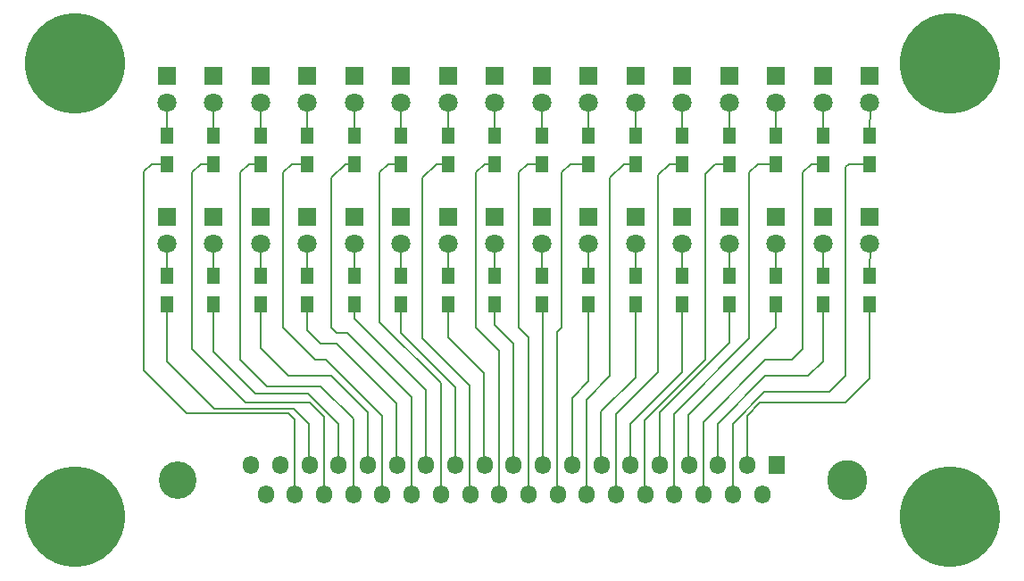
<source format=gbr>
%TF.GenerationSoftware,KiCad,Pcbnew,(6.0.1)*%
%TF.CreationDate,2022-06-22T13:59:59-04:00*%
%TF.ProjectId,LED32-DB37,4c454433-322d-4444-9233-372e6b696361,X1*%
%TF.SameCoordinates,Original*%
%TF.FileFunction,Copper,L1,Top*%
%TF.FilePolarity,Positive*%
%FSLAX46Y46*%
G04 Gerber Fmt 4.6, Leading zero omitted, Abs format (unit mm)*
G04 Created by KiCad (PCBNEW (6.0.1)) date 2022-06-22 13:59:59*
%MOMM*%
%LPD*%
G01*
G04 APERTURE LIST*
%TA.AperFunction,ComponentPad*%
%ADD10R,1.520000X1.750000*%
%TD*%
%TA.AperFunction,ComponentPad*%
%ADD11O,1.520000X1.750000*%
%TD*%
%TA.AperFunction,ComponentPad*%
%ADD12C,3.556000*%
%TD*%
%TA.AperFunction,ComponentPad*%
%ADD13C,3.810000*%
%TD*%
%TA.AperFunction,ComponentPad*%
%ADD14R,1.800000X1.800000*%
%TD*%
%TA.AperFunction,ComponentPad*%
%ADD15C,1.800000*%
%TD*%
%TA.AperFunction,SMDPad,CuDef*%
%ADD16R,1.300000X1.500000*%
%TD*%
%TA.AperFunction,ComponentPad*%
%ADD17C,9.525000*%
%TD*%
%TA.AperFunction,Conductor*%
%ADD18C,0.203200*%
%TD*%
G04 APERTURE END LIST*
D10*
%TO.P,J1,1,1*%
%TO.N,GND*%
X129563000Y-80048000D03*
D11*
%TO.P,J1,2,2*%
%TO.N,/RD0*%
X126793000Y-80048000D03*
%TO.P,J1,3,3*%
%TO.N,Net-(R30-Pad2)*%
X124023000Y-80048000D03*
%TO.P,J1,4,4*%
%TO.N,Net-(R28-Pad2)*%
X121253000Y-80048000D03*
%TO.P,J1,5,5*%
%TO.N,Net-(R26-Pad2)*%
X118493000Y-80048000D03*
%TO.P,J1,6,6*%
%TO.N,Net-(R24-Pad2)*%
X115723000Y-80048000D03*
%TO.P,J1,7,7*%
%TO.N,Net-(R22-Pad2)*%
X112953000Y-80048000D03*
%TO.P,J1,8,8*%
%TO.N,Net-(R20-Pad2)*%
X110183000Y-80048000D03*
%TO.P,J1,9,9*%
%TO.N,Net-(R18-Pad2)*%
X107413000Y-80048000D03*
%TO.P,J1,10,10*%
%TO.N,Net-(R16-Pad2)*%
X104643000Y-80048000D03*
%TO.P,J1,11,11*%
%TO.N,Net-(R14-Pad2)*%
X101873000Y-80048000D03*
%TO.P,J1,12,12*%
%TO.N,Net-(R12-Pad2)*%
X99113000Y-80048000D03*
%TO.P,J1,13,13*%
%TO.N,Net-(R10-Pad2)*%
X96343000Y-80048000D03*
%TO.P,J1,14,14*%
%TO.N,Net-(R8-Pad2)*%
X93573000Y-80048000D03*
%TO.P,J1,15,15*%
%TO.N,Net-(R6-Pad2)*%
X90803000Y-80048000D03*
%TO.P,J1,16,16*%
%TO.N,Net-(R4-Pad2)*%
X88033000Y-80048000D03*
%TO.P,J1,17,17*%
%TO.N,/RD15*%
X85263000Y-80048000D03*
%TO.P,J1,18,18*%
%TO.N,GND*%
X82493000Y-80048000D03*
%TO.P,J1,19,19*%
X79733000Y-80048000D03*
%TO.P,J1,20,20*%
X128193000Y-82888000D03*
%TO.P,J1,21,21*%
%TO.N,/RD16*%
X125423000Y-82888000D03*
%TO.P,J1,22,22*%
%TO.N,Net-(R29-Pad2)*%
X122653000Y-82888000D03*
%TO.P,J1,23,23*%
%TO.N,Net-(R27-Pad2)*%
X119883000Y-82888000D03*
%TO.P,J1,24,24*%
%TO.N,Net-(R25-Pad2)*%
X117113000Y-82888000D03*
%TO.P,J1,25,25*%
%TO.N,Net-(R23-Pad2)*%
X114353000Y-82888000D03*
%TO.P,J1,26,26*%
%TO.N,Net-(R21-Pad2)*%
X111583000Y-82888000D03*
%TO.P,J1,27,27*%
%TO.N,Net-(R19-Pad2)*%
X108813000Y-82888000D03*
%TO.P,J1,28,28*%
%TO.N,Net-(R17-Pad2)*%
X106043000Y-82888000D03*
%TO.P,J1,29,29*%
%TO.N,Net-(R15-Pad2)*%
X103273000Y-82888000D03*
%TO.P,J1,30,30*%
%TO.N,Net-(R13-Pad2)*%
X100503000Y-82888000D03*
%TO.P,J1,31,31*%
%TO.N,Net-(R11-Pad2)*%
X97733000Y-82888000D03*
%TO.P,J1,32,32*%
%TO.N,Net-(R9-Pad2)*%
X94973000Y-82888000D03*
%TO.P,J1,33,33*%
%TO.N,Net-(R7-Pad2)*%
X92203000Y-82888000D03*
%TO.P,J1,34,34*%
%TO.N,Net-(R5-Pad2)*%
X89433000Y-82888000D03*
%TO.P,J1,35,35*%
%TO.N,Net-(R3-Pad2)*%
X86663000Y-82888000D03*
%TO.P,J1,36,36*%
%TO.N,/RD31*%
X83893000Y-82888000D03*
%TO.P,J1,37,37*%
%TO.N,GND*%
X81123000Y-82888000D03*
D12*
%TO.P,J1,?*%
%TO.N,N/C*%
X72773000Y-81468000D03*
D13*
X136273000Y-81468000D03*
%TD*%
D14*
%TO.P,D23,1,K*%
%TO.N,GND*%
X107315000Y-43180000D03*
D15*
%TO.P,D23,2,A*%
%TO.N,Net-(D23-Pad2)*%
X107315000Y-45720000D03*
%TD*%
D14*
%TO.P,D7,1,K*%
%TO.N,GND*%
X107315000Y-56515000D03*
D15*
%TO.P,D7,2,A*%
%TO.N,Net-(D7-Pad2)*%
X107315000Y-59055000D03*
%TD*%
D14*
%TO.P,D22,1,K*%
%TO.N,GND*%
X111760000Y-43180000D03*
D15*
%TO.P,D22,2,A*%
%TO.N,Net-(D22-Pad2)*%
X111760000Y-45720000D03*
%TD*%
D14*
%TO.P,D6,1,K*%
%TO.N,GND*%
X111760000Y-56515000D03*
D15*
%TO.P,D6,2,A*%
%TO.N,Net-(D6-Pad2)*%
X111760000Y-59055000D03*
%TD*%
D14*
%TO.P,D21,1,K*%
%TO.N,GND*%
X116205000Y-43180000D03*
D15*
%TO.P,D21,2,A*%
%TO.N,Net-(D21-Pad2)*%
X116205000Y-45720000D03*
%TD*%
D14*
%TO.P,D5,1,K*%
%TO.N,GND*%
X116205000Y-56515000D03*
D15*
%TO.P,D5,2,A*%
%TO.N,Net-(D5-Pad2)*%
X116205000Y-59055000D03*
%TD*%
D14*
%TO.P,D20,1,K*%
%TO.N,GND*%
X120650000Y-43180000D03*
D15*
%TO.P,D20,2,A*%
%TO.N,Net-(D20-Pad2)*%
X120650000Y-45720000D03*
%TD*%
D14*
%TO.P,D4,1,K*%
%TO.N,GND*%
X120650000Y-56515000D03*
D15*
%TO.P,D4,2,A*%
%TO.N,Net-(D4-Pad2)*%
X120650000Y-59055000D03*
%TD*%
D14*
%TO.P,D19,1,K*%
%TO.N,GND*%
X125095000Y-43180000D03*
D15*
%TO.P,D19,2,A*%
%TO.N,Net-(D19-Pad2)*%
X125095000Y-45720000D03*
%TD*%
D14*
%TO.P,D3,1,K*%
%TO.N,GND*%
X125095000Y-56515000D03*
D15*
%TO.P,D3,2,A*%
%TO.N,Net-(D3-Pad2)*%
X125095000Y-59055000D03*
%TD*%
D14*
%TO.P,D18,1,K*%
%TO.N,GND*%
X129540000Y-43180000D03*
D15*
%TO.P,D18,2,A*%
%TO.N,Net-(D18-Pad2)*%
X129540000Y-45720000D03*
%TD*%
D14*
%TO.P,D2,1,K*%
%TO.N,GND*%
X129540000Y-56515000D03*
D15*
%TO.P,D2,2,A*%
%TO.N,Net-(D2-Pad2)*%
X129540000Y-59055000D03*
%TD*%
D14*
%TO.P,D17,1,K*%
%TO.N,GND*%
X133985000Y-43180000D03*
D15*
%TO.P,D17,2,A*%
%TO.N,Net-(D17-Pad2)*%
X133985000Y-45720000D03*
%TD*%
D14*
%TO.P,D1,1,K*%
%TO.N,GND*%
X133985000Y-56515000D03*
D15*
%TO.P,D1,2,A*%
%TO.N,Net-(D1-Pad2)*%
X133985000Y-59055000D03*
%TD*%
D14*
%TO.P,D16,1,K*%
%TO.N,GND*%
X138430000Y-43180000D03*
D15*
%TO.P,D16,2,A*%
%TO.N,Net-(D16-Pad2)*%
X138430000Y-45720000D03*
%TD*%
D14*
%TO.P,D0,1,K*%
%TO.N,GND*%
X138430000Y-56515000D03*
D15*
%TO.P,D0,2,A*%
%TO.N,Net-(D0-Pad2)*%
X138430000Y-59055000D03*
%TD*%
D16*
%TO.P,R1,1*%
%TO.N,Net-(D31-Pad2)*%
X71755000Y-48815000D03*
%TO.P,R1,2*%
%TO.N,/RD31*%
X71755000Y-51515000D03*
%TD*%
%TO.P,R2,1*%
%TO.N,Net-(D15-Pad2)*%
X71755000Y-62150000D03*
%TO.P,R2,2*%
%TO.N,/RD15*%
X71755000Y-64850000D03*
%TD*%
%TO.P,R3,1*%
%TO.N,Net-(D30-Pad2)*%
X76200000Y-48815000D03*
%TO.P,R3,2*%
%TO.N,Net-(R3-Pad2)*%
X76200000Y-51515000D03*
%TD*%
%TO.P,R4,1*%
%TO.N,Net-(D14-Pad2)*%
X76200000Y-62150000D03*
%TO.P,R4,2*%
%TO.N,Net-(R4-Pad2)*%
X76200000Y-64850000D03*
%TD*%
%TO.P,R5,1*%
%TO.N,Net-(D29-Pad2)*%
X80645000Y-48815000D03*
%TO.P,R5,2*%
%TO.N,Net-(R5-Pad2)*%
X80645000Y-51515000D03*
%TD*%
%TO.P,R6,1*%
%TO.N,Net-(D13-Pad2)*%
X80645000Y-62150000D03*
%TO.P,R6,2*%
%TO.N,Net-(R6-Pad2)*%
X80645000Y-64850000D03*
%TD*%
%TO.P,R7,1*%
%TO.N,Net-(D28-Pad2)*%
X85090000Y-48815000D03*
%TO.P,R7,2*%
%TO.N,Net-(R7-Pad2)*%
X85090000Y-51515000D03*
%TD*%
%TO.P,R8,1*%
%TO.N,Net-(D12-Pad2)*%
X85090000Y-62150000D03*
%TO.P,R8,2*%
%TO.N,Net-(R8-Pad2)*%
X85090000Y-64850000D03*
%TD*%
%TO.P,R9,1*%
%TO.N,Net-(D27-Pad2)*%
X89535000Y-48815000D03*
%TO.P,R9,2*%
%TO.N,Net-(R9-Pad2)*%
X89535000Y-51515000D03*
%TD*%
%TO.P,R10,1*%
%TO.N,Net-(D11-Pad2)*%
X89535000Y-62150000D03*
%TO.P,R10,2*%
%TO.N,Net-(R10-Pad2)*%
X89535000Y-64850000D03*
%TD*%
%TO.P,R11,1*%
%TO.N,Net-(D26-Pad2)*%
X93980000Y-48815000D03*
%TO.P,R11,2*%
%TO.N,Net-(R11-Pad2)*%
X93980000Y-51515000D03*
%TD*%
%TO.P,R12,1*%
%TO.N,Net-(D10-Pad2)*%
X93980000Y-62150000D03*
%TO.P,R12,2*%
%TO.N,Net-(R12-Pad2)*%
X93980000Y-64850000D03*
%TD*%
%TO.P,R13,1*%
%TO.N,Net-(D25-Pad2)*%
X98425000Y-48815000D03*
%TO.P,R13,2*%
%TO.N,Net-(R13-Pad2)*%
X98425000Y-51515000D03*
%TD*%
%TO.P,R14,1*%
%TO.N,Net-(D9-Pad2)*%
X98425000Y-62150000D03*
%TO.P,R14,2*%
%TO.N,Net-(R14-Pad2)*%
X98425000Y-64850000D03*
%TD*%
%TO.P,R15,1*%
%TO.N,Net-(D24-Pad2)*%
X102870000Y-48815000D03*
%TO.P,R15,2*%
%TO.N,Net-(R15-Pad2)*%
X102870000Y-51515000D03*
%TD*%
%TO.P,R16,1*%
%TO.N,Net-(D8-Pad2)*%
X102870000Y-62150000D03*
%TO.P,R16,2*%
%TO.N,Net-(R16-Pad2)*%
X102870000Y-64850000D03*
%TD*%
%TO.P,R17,1*%
%TO.N,Net-(D23-Pad2)*%
X107315000Y-48815000D03*
%TO.P,R17,2*%
%TO.N,Net-(R17-Pad2)*%
X107315000Y-51515000D03*
%TD*%
%TO.P,R18,1*%
%TO.N,Net-(D7-Pad2)*%
X107315000Y-62150000D03*
%TO.P,R18,2*%
%TO.N,Net-(R18-Pad2)*%
X107315000Y-64850000D03*
%TD*%
%TO.P,R19,1*%
%TO.N,Net-(D22-Pad2)*%
X111760000Y-48815000D03*
%TO.P,R19,2*%
%TO.N,Net-(R19-Pad2)*%
X111760000Y-51515000D03*
%TD*%
%TO.P,R20,1*%
%TO.N,Net-(D6-Pad2)*%
X111760000Y-62150000D03*
%TO.P,R20,2*%
%TO.N,Net-(R20-Pad2)*%
X111760000Y-64850000D03*
%TD*%
%TO.P,R21,1*%
%TO.N,Net-(D21-Pad2)*%
X116205000Y-48815000D03*
%TO.P,R21,2*%
%TO.N,Net-(R21-Pad2)*%
X116205000Y-51515000D03*
%TD*%
%TO.P,R22,1*%
%TO.N,Net-(D5-Pad2)*%
X116205000Y-62150000D03*
%TO.P,R22,2*%
%TO.N,Net-(R22-Pad2)*%
X116205000Y-64850000D03*
%TD*%
%TO.P,R23,1*%
%TO.N,Net-(D20-Pad2)*%
X120650000Y-48815000D03*
%TO.P,R23,2*%
%TO.N,Net-(R23-Pad2)*%
X120650000Y-51515000D03*
%TD*%
%TO.P,R24,1*%
%TO.N,Net-(D4-Pad2)*%
X120650000Y-62150000D03*
%TO.P,R24,2*%
%TO.N,Net-(R24-Pad2)*%
X120650000Y-64850000D03*
%TD*%
%TO.P,R25,1*%
%TO.N,Net-(D19-Pad2)*%
X125095000Y-48815000D03*
%TO.P,R25,2*%
%TO.N,Net-(R25-Pad2)*%
X125095000Y-51515000D03*
%TD*%
%TO.P,R26,1*%
%TO.N,Net-(D3-Pad2)*%
X125095000Y-62150000D03*
%TO.P,R26,2*%
%TO.N,Net-(R26-Pad2)*%
X125095000Y-64850000D03*
%TD*%
%TO.P,R27,1*%
%TO.N,Net-(D18-Pad2)*%
X129540000Y-48815000D03*
%TO.P,R27,2*%
%TO.N,Net-(R27-Pad2)*%
X129540000Y-51515000D03*
%TD*%
%TO.P,R28,1*%
%TO.N,Net-(D2-Pad2)*%
X129540000Y-62150000D03*
%TO.P,R28,2*%
%TO.N,Net-(R28-Pad2)*%
X129540000Y-64850000D03*
%TD*%
%TO.P,R29,1*%
%TO.N,Net-(D17-Pad2)*%
X133985000Y-48815000D03*
%TO.P,R29,2*%
%TO.N,Net-(R29-Pad2)*%
X133985000Y-51515000D03*
%TD*%
%TO.P,R30,1*%
%TO.N,Net-(D1-Pad2)*%
X133985000Y-62150000D03*
%TO.P,R30,2*%
%TO.N,Net-(R30-Pad2)*%
X133985000Y-64850000D03*
%TD*%
%TO.P,R31,1*%
%TO.N,Net-(D16-Pad2)*%
X138430000Y-48815000D03*
%TO.P,R31,2*%
%TO.N,/RD16*%
X138430000Y-51515000D03*
%TD*%
%TO.P,R32,1*%
%TO.N,Net-(D0-Pad2)*%
X138430000Y-62150000D03*
%TO.P,R32,2*%
%TO.N,/RD0*%
X138430000Y-64850000D03*
%TD*%
D14*
%TO.P,D31,1,K*%
%TO.N,GND*%
X71755000Y-43180000D03*
D15*
%TO.P,D31,2,A*%
%TO.N,Net-(D31-Pad2)*%
X71755000Y-45720000D03*
%TD*%
D14*
%TO.P,D15,1,K*%
%TO.N,GND*%
X71755000Y-56515000D03*
D15*
%TO.P,D15,2,A*%
%TO.N,Net-(D15-Pad2)*%
X71755000Y-59055000D03*
%TD*%
D14*
%TO.P,D30,1,K*%
%TO.N,GND*%
X76200000Y-43180000D03*
D15*
%TO.P,D30,2,A*%
%TO.N,Net-(D30-Pad2)*%
X76200000Y-45720000D03*
%TD*%
D14*
%TO.P,D14,1,K*%
%TO.N,GND*%
X76200000Y-56515000D03*
D15*
%TO.P,D14,2,A*%
%TO.N,Net-(D14-Pad2)*%
X76200000Y-59055000D03*
%TD*%
D14*
%TO.P,D29,1,K*%
%TO.N,GND*%
X80645000Y-43180000D03*
D15*
%TO.P,D29,2,A*%
%TO.N,Net-(D29-Pad2)*%
X80645000Y-45720000D03*
%TD*%
D14*
%TO.P,D13,1,K*%
%TO.N,GND*%
X80645000Y-56515000D03*
D15*
%TO.P,D13,2,A*%
%TO.N,Net-(D13-Pad2)*%
X80645000Y-59055000D03*
%TD*%
D14*
%TO.P,D28,1,K*%
%TO.N,GND*%
X85090000Y-43180000D03*
D15*
%TO.P,D28,2,A*%
%TO.N,Net-(D28-Pad2)*%
X85090000Y-45720000D03*
%TD*%
D14*
%TO.P,D12,1,K*%
%TO.N,GND*%
X85090000Y-56515000D03*
D15*
%TO.P,D12,2,A*%
%TO.N,Net-(D12-Pad2)*%
X85090000Y-59055000D03*
%TD*%
D14*
%TO.P,D27,1,K*%
%TO.N,GND*%
X89535000Y-43180000D03*
D15*
%TO.P,D27,2,A*%
%TO.N,Net-(D27-Pad2)*%
X89535000Y-45720000D03*
%TD*%
D14*
%TO.P,D11,1,K*%
%TO.N,GND*%
X89535000Y-56515000D03*
D15*
%TO.P,D11,2,A*%
%TO.N,Net-(D11-Pad2)*%
X89535000Y-59055000D03*
%TD*%
D14*
%TO.P,D26,1,K*%
%TO.N,GND*%
X93980000Y-43180000D03*
D15*
%TO.P,D26,2,A*%
%TO.N,Net-(D26-Pad2)*%
X93980000Y-45720000D03*
%TD*%
D14*
%TO.P,D10,1,K*%
%TO.N,GND*%
X93980000Y-56515000D03*
D15*
%TO.P,D10,2,A*%
%TO.N,Net-(D10-Pad2)*%
X93980000Y-59055000D03*
%TD*%
D14*
%TO.P,D25,1,K*%
%TO.N,GND*%
X98425000Y-43180000D03*
D15*
%TO.P,D25,2,A*%
%TO.N,Net-(D25-Pad2)*%
X98425000Y-45720000D03*
%TD*%
D14*
%TO.P,D9,1,K*%
%TO.N,GND*%
X98425000Y-56515000D03*
D15*
%TO.P,D9,2,A*%
%TO.N,Net-(D9-Pad2)*%
X98425000Y-59055000D03*
%TD*%
D14*
%TO.P,D24,1,K*%
%TO.N,GND*%
X102870000Y-43180000D03*
D15*
%TO.P,D24,2,A*%
%TO.N,Net-(D24-Pad2)*%
X102870000Y-45720000D03*
%TD*%
D14*
%TO.P,D8,1,K*%
%TO.N,GND*%
X102870000Y-56515000D03*
D15*
%TO.P,D8,2,A*%
%TO.N,Net-(D8-Pad2)*%
X102870000Y-59055000D03*
%TD*%
D17*
%TO.P,MTG1,1,1*%
%TO.N,unconnected-(MTG1-Pad1)*%
X63000000Y-42000000D03*
%TD*%
%TO.P,MTG2,1,1*%
%TO.N,unconnected-(MTG2-Pad1)*%
X146000000Y-42000000D03*
%TD*%
%TO.P,MTG3,1,1*%
%TO.N,unconnected-(MTG3-Pad1)*%
X63000000Y-85000000D03*
%TD*%
%TO.P,MTG4,1,1*%
%TO.N,unconnected-(MTG4-Pad1)*%
X146000000Y-85000000D03*
%TD*%
D18*
%TO.N,Net-(R23-Pad2)*%
X119427000Y-51515000D02*
X120650000Y-51515000D01*
X118364000Y-71247000D02*
X118364000Y-52578000D01*
X118364000Y-52578000D02*
X119427000Y-51515000D01*
X114330000Y-75281000D02*
X118364000Y-71247000D01*
X114330000Y-82126000D02*
X114330000Y-75281000D01*
%TO.N,Net-(R25-Pad2)*%
X123745000Y-51515000D02*
X125095000Y-51515000D01*
X122809000Y-52451000D02*
X123745000Y-51515000D01*
X122809000Y-70093100D02*
X122809000Y-52451000D01*
X117090000Y-82126000D02*
X117090000Y-75812100D01*
X117090000Y-75812100D02*
X122809000Y-70093100D01*
%TO.N,Net-(R4-Pad2)*%
X76200000Y-69342000D02*
X76200000Y-64850000D01*
X80137000Y-73279000D02*
X76200000Y-69342000D01*
X88010000Y-76188100D02*
X85100900Y-73279000D01*
X85100900Y-73279000D02*
X80137000Y-73279000D01*
X88010000Y-79286000D02*
X88010000Y-76188100D01*
%TO.N,/RD31*%
X83870000Y-75742000D02*
X83870000Y-82126000D01*
X73660000Y-75184000D02*
X83312000Y-75184000D01*
X69596000Y-71120000D02*
X73660000Y-75184000D01*
X69596000Y-52230000D02*
X69596000Y-71120000D01*
X70311000Y-51515000D02*
X69596000Y-52230000D01*
X71755000Y-51515000D02*
X70311000Y-51515000D01*
X83312000Y-75184000D02*
X83870000Y-75742000D01*
%TO.N,/RD15*%
X85240000Y-76141198D02*
X85240000Y-79286000D01*
X83797401Y-74698599D02*
X85240000Y-76141198D01*
X76222599Y-74698599D02*
X83797401Y-74698599D01*
X71755000Y-64850000D02*
X71755000Y-70231000D01*
X71755000Y-70231000D02*
X76222599Y-74698599D01*
%TO.N,Net-(R3-Pad2)*%
X86640000Y-75464000D02*
X86640000Y-82126000D01*
X79248000Y-74168000D02*
X85344000Y-74168000D01*
X74168000Y-52324000D02*
X74168000Y-69088000D01*
X85344000Y-74168000D02*
X86640000Y-75464000D01*
X74977000Y-51515000D02*
X74168000Y-52324000D01*
X76200000Y-51515000D02*
X74977000Y-51515000D01*
X74168000Y-69088000D02*
X79248000Y-74168000D01*
%TO.N,Net-(R5-Pad2)*%
X81280000Y-72644000D02*
X86360000Y-72644000D01*
X78740000Y-52324000D02*
X78740000Y-70104000D01*
X78740000Y-70104000D02*
X81280000Y-72644000D01*
X89410000Y-75694000D02*
X89410000Y-82126000D01*
X79549000Y-51515000D02*
X78740000Y-52324000D01*
X80645000Y-51515000D02*
X79549000Y-51515000D01*
X86360000Y-72644000D02*
X89410000Y-75694000D01*
%TO.N,Net-(R6-Pad2)*%
X87376000Y-71628000D02*
X90780000Y-75032000D01*
X83312000Y-71628000D02*
X87376000Y-71628000D01*
X90780000Y-75032000D02*
X90780000Y-79286000D01*
X80645000Y-68961000D02*
X83312000Y-71628000D01*
X80645000Y-64850000D02*
X80645000Y-68961000D01*
%TO.N,Net-(R7-Pad2)*%
X92180000Y-75416000D02*
X92180000Y-82126000D01*
X86868000Y-70104000D02*
X92180000Y-75416000D01*
X82804000Y-67056000D02*
X85852000Y-70104000D01*
X85852000Y-70104000D02*
X86868000Y-70104000D01*
X82804000Y-52324000D02*
X82804000Y-67056000D01*
X83613000Y-51515000D02*
X82804000Y-52324000D01*
X85090000Y-51515000D02*
X83613000Y-51515000D01*
%TO.N,Net-(R8-Pad2)*%
X93550000Y-74246000D02*
X93550000Y-79286000D01*
X87884000Y-68580000D02*
X93550000Y-74246000D01*
X86360000Y-68580000D02*
X87884000Y-68580000D01*
X85090000Y-67310000D02*
X86360000Y-68580000D01*
X85090000Y-64850000D02*
X85090000Y-67310000D01*
%TO.N,Net-(R9-Pad2)*%
X94950000Y-73614000D02*
X94950000Y-82126000D01*
X88900000Y-67564000D02*
X94950000Y-73614000D01*
X87884000Y-67564000D02*
X88900000Y-67564000D01*
X87376000Y-67056000D02*
X87884000Y-67564000D01*
X87376000Y-52832000D02*
X87376000Y-67056000D01*
X88693000Y-51515000D02*
X87376000Y-52832000D01*
X89535000Y-51515000D02*
X88693000Y-51515000D01*
%TO.N,Net-(R10-Pad2)*%
X96320000Y-72952000D02*
X96320000Y-79286000D01*
X89535000Y-66167000D02*
X96320000Y-72952000D01*
X89535000Y-64850000D02*
X89535000Y-66167000D01*
%TO.N,Net-(R11-Pad2)*%
X97710000Y-72310000D02*
X97710000Y-82126000D01*
X91948000Y-52324000D02*
X91948000Y-66548000D01*
X91948000Y-66548000D02*
X97710000Y-72310000D01*
X93980000Y-51515000D02*
X92757000Y-51515000D01*
X92757000Y-51515000D02*
X91948000Y-52324000D01*
%TO.N,Net-(R12-Pad2)*%
X99090000Y-72674000D02*
X99090000Y-79286000D01*
X93980000Y-64850000D02*
X93980000Y-67564000D01*
X93980000Y-67564000D02*
X99090000Y-72674000D01*
%TO.N,Net-(R13-Pad2)*%
X100480000Y-72540000D02*
X100480000Y-82126000D01*
X96012000Y-68072000D02*
X100480000Y-72540000D01*
X96012000Y-52832000D02*
X96012000Y-68072000D01*
X97329000Y-51515000D02*
X96012000Y-52832000D01*
X98425000Y-51515000D02*
X97329000Y-51515000D01*
%TO.N,Net-(R14-Pad2)*%
X101850000Y-71370000D02*
X101850000Y-79286000D01*
X98425000Y-67945000D02*
X101850000Y-71370000D01*
X98425000Y-64850000D02*
X98425000Y-67945000D01*
%TO.N,Net-(R15-Pad2)*%
X101092000Y-52324000D02*
X101092000Y-67056000D01*
X101092000Y-67056000D02*
X103250000Y-69214000D01*
X103250000Y-69214000D02*
X103250000Y-82126000D01*
X101901000Y-51515000D02*
X101092000Y-52324000D01*
X102870000Y-51515000D02*
X101901000Y-51515000D01*
%TO.N,Net-(R16-Pad2)*%
X102870000Y-66802000D02*
X104620000Y-68552000D01*
X104620000Y-68552000D02*
X104620000Y-79286000D01*
X102870000Y-64850000D02*
X102870000Y-66802000D01*
%TO.N,Net-(R17-Pad2)*%
X105156000Y-67056000D02*
X106020000Y-67920000D01*
X105156000Y-52324000D02*
X105156000Y-67056000D01*
X105965000Y-51515000D02*
X105156000Y-52324000D01*
X106020000Y-67920000D02*
X106020000Y-82126000D01*
X107315000Y-51515000D02*
X105965000Y-51515000D01*
%TO.N,Net-(R18-Pad2)*%
X107390000Y-64925000D02*
X107390000Y-79286000D01*
X107315000Y-64850000D02*
X107390000Y-64925000D01*
%TO.N,Net-(R19-Pad2)*%
X108790000Y-67486000D02*
X108790000Y-82126000D01*
X109220000Y-67056000D02*
X108790000Y-67486000D01*
X110029000Y-51515000D02*
X109220000Y-52324000D01*
X109220000Y-52324000D02*
X109220000Y-67056000D01*
X111760000Y-51515000D02*
X110029000Y-51515000D01*
%TO.N,Net-(R20-Pad2)*%
X110160000Y-73736000D02*
X110160000Y-79286000D01*
X111760000Y-72136000D02*
X110160000Y-73736000D01*
X111760000Y-64850000D02*
X111760000Y-72136000D01*
%TO.N,Net-(R21-Pad2)*%
X111560000Y-73860000D02*
X111560000Y-82126000D01*
X113792000Y-71628000D02*
X111560000Y-73860000D01*
X115109000Y-51515000D02*
X113792000Y-52832000D01*
X113792000Y-52832000D02*
X113792000Y-71628000D01*
X116205000Y-51515000D02*
X115109000Y-51515000D01*
%TO.N,Net-(R22-Pad2)*%
X112930000Y-75030000D02*
X112930000Y-79286000D01*
X116205000Y-71755000D02*
X112930000Y-75030000D01*
X116205000Y-64850000D02*
X116205000Y-71755000D01*
%TO.N,Net-(R24-Pad2)*%
X115700000Y-76186101D02*
X115700000Y-79286000D01*
X120650000Y-71236101D02*
X115700000Y-76186101D01*
X120650000Y-64850000D02*
X120650000Y-71236101D01*
%TO.N,Net-(R26-Pad2)*%
X118470000Y-75078000D02*
X118470000Y-79286000D01*
X125095000Y-68453000D02*
X118470000Y-75078000D01*
X125095000Y-64850000D02*
X125095000Y-68453000D01*
%TO.N,Net-(R27-Pad2)*%
X127000000Y-52324000D02*
X127000000Y-68072000D01*
X127000000Y-68072000D02*
X119860000Y-75212000D01*
X127809000Y-51515000D02*
X127000000Y-52324000D01*
X129540000Y-51515000D02*
X127809000Y-51515000D01*
X119860000Y-75212000D02*
X119860000Y-82126000D01*
%TO.N,Net-(R28-Pad2)*%
X121230000Y-75366000D02*
X121230000Y-79286000D01*
X129540000Y-67056000D02*
X121230000Y-75366000D01*
X129540000Y-64850000D02*
X129540000Y-67056000D01*
%TO.N,Net-(R29-Pad2)*%
X122630000Y-75998000D02*
X122630000Y-82126000D01*
X131064000Y-70104000D02*
X128524000Y-70104000D01*
X132080000Y-52324000D02*
X132080000Y-69088000D01*
X132080000Y-69088000D02*
X131064000Y-70104000D01*
X128524000Y-70104000D02*
X122630000Y-75998000D01*
X132889000Y-51515000D02*
X132080000Y-52324000D01*
X133985000Y-51515000D02*
X132889000Y-51515000D01*
%TO.N,Net-(R30-Pad2)*%
X128524000Y-71628000D02*
X124000000Y-76152000D01*
X132588000Y-71628000D02*
X128524000Y-71628000D01*
X124000000Y-76152000D02*
X124000000Y-79286000D01*
X133985000Y-70231000D02*
X132588000Y-71628000D01*
X133985000Y-64850000D02*
X133985000Y-70231000D01*
%TO.N,/RD16*%
X128386100Y-73152000D02*
X125400000Y-76138100D01*
X134620000Y-73152000D02*
X128386100Y-73152000D01*
X125400000Y-76138100D02*
X125400000Y-82126000D01*
X136144000Y-51816000D02*
X136144000Y-71628000D01*
X136445000Y-51515000D02*
X136144000Y-51816000D01*
X136144000Y-71628000D02*
X134620000Y-73152000D01*
X138430000Y-51515000D02*
X136445000Y-51515000D01*
%TO.N,/RD0*%
X126770000Y-75414000D02*
X126770000Y-79286000D01*
X128016000Y-74168000D02*
X126770000Y-75414000D01*
X136144000Y-74168000D02*
X128016000Y-74168000D01*
X138430000Y-64850000D02*
X138430000Y-71882000D01*
X138430000Y-71882000D02*
X136144000Y-74168000D01*
%TO.N,Net-(D1-Pad2)*%
X133985000Y-59055000D02*
X133985000Y-62150000D01*
%TO.N,Net-(D2-Pad2)*%
X129540000Y-59055000D02*
X129540000Y-62150000D01*
%TO.N,Net-(D3-Pad2)*%
X125095000Y-59055000D02*
X125095000Y-62150000D01*
%TO.N,Net-(D4-Pad2)*%
X120650000Y-59055000D02*
X120650000Y-62150000D01*
%TO.N,Net-(D5-Pad2)*%
X116205000Y-59055000D02*
X116205000Y-62150000D01*
%TO.N,Net-(D6-Pad2)*%
X111760000Y-59055000D02*
X111760000Y-62150000D01*
%TO.N,Net-(D7-Pad2)*%
X107315000Y-62150000D02*
X106815000Y-61650000D01*
X106815000Y-61650000D02*
X106815000Y-61500000D01*
X106815000Y-61500000D02*
X107315000Y-62150000D01*
X107315000Y-59055000D02*
X107315000Y-62150000D01*
%TO.N,Net-(D8-Pad2)*%
X102870000Y-59055000D02*
X102870000Y-62150000D01*
%TO.N,Net-(D9-Pad2)*%
X98425000Y-59055000D02*
X98425000Y-62150000D01*
%TO.N,Net-(D10-Pad2)*%
X93980000Y-59055000D02*
X93980000Y-62150000D01*
%TO.N,Net-(D11-Pad2)*%
X89535000Y-59055000D02*
X89535000Y-62150000D01*
%TO.N,Net-(D12-Pad2)*%
X85090000Y-59055000D02*
X85090000Y-62150000D01*
%TO.N,Net-(D13-Pad2)*%
X80645000Y-59055000D02*
X80645000Y-62150000D01*
%TO.N,Net-(D14-Pad2)*%
X76200000Y-59055000D02*
X76200000Y-62150000D01*
%TO.N,Net-(D15-Pad2)*%
X71755000Y-59055000D02*
X71755000Y-62150000D01*
%TO.N,Net-(D16-Pad2)*%
X138504000Y-45842000D02*
X138430000Y-48815000D01*
%TO.N,Net-(D17-Pad2)*%
X133985000Y-45720000D02*
X133985000Y-48815000D01*
%TO.N,Net-(D18-Pad2)*%
X129540000Y-45720000D02*
X129540000Y-48815000D01*
%TO.N,Net-(D19-Pad2)*%
X125095000Y-45720000D02*
X125095000Y-48815000D01*
%TO.N,Net-(D21-Pad2)*%
X116205000Y-45720000D02*
X116205000Y-48815000D01*
%TO.N,Net-(D22-Pad2)*%
X111760000Y-45720000D02*
X111760000Y-48815000D01*
%TO.N,Net-(D23-Pad2)*%
X107315000Y-45720000D02*
X107315000Y-48815000D01*
%TO.N,Net-(D24-Pad2)*%
X102870000Y-45720000D02*
X102870000Y-48815000D01*
%TO.N,Net-(D25-Pad2)*%
X98425000Y-45720000D02*
X98425000Y-48815000D01*
%TO.N,Net-(D26-Pad2)*%
X93980000Y-45720000D02*
X93980000Y-48815000D01*
%TO.N,Net-(D27-Pad2)*%
X89535000Y-45720000D02*
X89535000Y-48815000D01*
%TO.N,Net-(D28-Pad2)*%
X85090000Y-45720000D02*
X85090000Y-48815000D01*
%TO.N,Net-(D29-Pad2)*%
X80645000Y-45720000D02*
X80645000Y-48815000D01*
%TO.N,Net-(D30-Pad2)*%
X76200000Y-45720000D02*
X76200000Y-48815000D01*
%TO.N,Net-(D31-Pad2)*%
X71755000Y-45720000D02*
X71755000Y-48815000D01*
%TO.N,Net-(D0-Pad2)*%
X138504000Y-58965000D02*
X138430000Y-62150000D01*
%TO.N,Net-(D20-Pad2)*%
X120650000Y-45720000D02*
X120650000Y-48815000D01*
%TD*%
M02*

</source>
